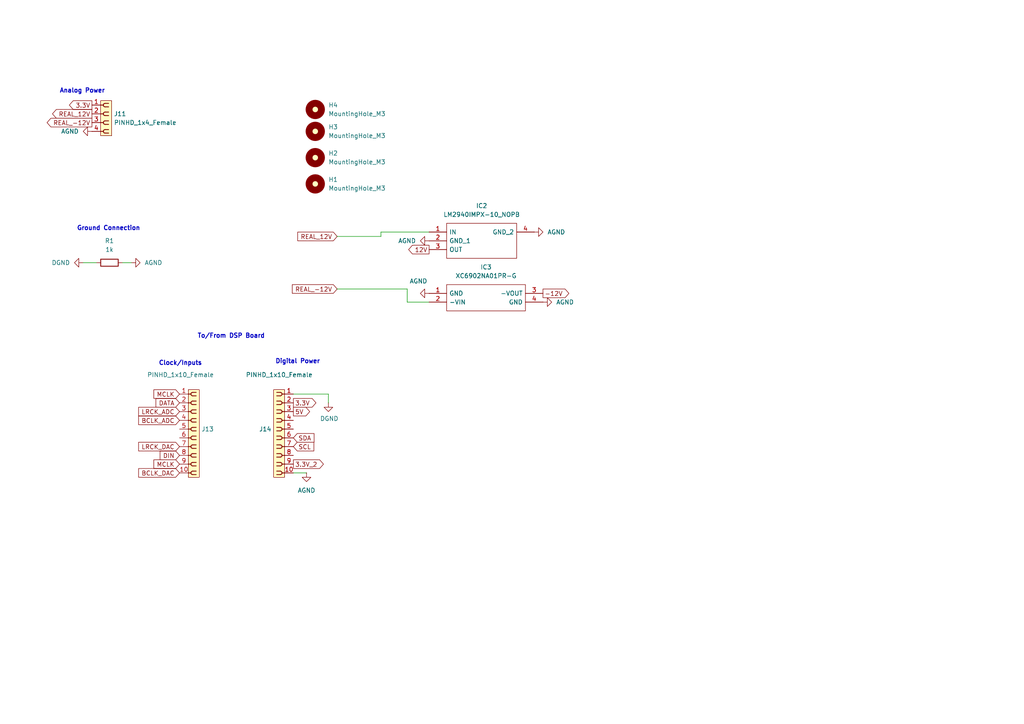
<source format=kicad_sch>
(kicad_sch
	(version 20231120)
	(generator "eeschema")
	(generator_version "8.0")
	(uuid "2b16cd04-988f-478a-8d1d-a3df4d9ab2d0")
	(paper "A4")
	(title_block
		(company "Michael Meyers")
	)
	(lib_symbols
		(symbol "Device:R"
			(pin_numbers hide)
			(pin_names
				(offset 0)
			)
			(exclude_from_sim no)
			(in_bom yes)
			(on_board yes)
			(property "Reference" "R"
				(at 2.032 0 90)
				(effects
					(font
						(size 1.27 1.27)
					)
				)
			)
			(property "Value" "R"
				(at 0 0 90)
				(effects
					(font
						(size 1.27 1.27)
					)
				)
			)
			(property "Footprint" ""
				(at -1.778 0 90)
				(effects
					(font
						(size 1.27 1.27)
					)
					(hide yes)
				)
			)
			(property "Datasheet" "~"
				(at 0 0 0)
				(effects
					(font
						(size 1.27 1.27)
					)
					(hide yes)
				)
			)
			(property "Description" "Resistor"
				(at 0 0 0)
				(effects
					(font
						(size 1.27 1.27)
					)
					(hide yes)
				)
			)
			(property "ki_keywords" "R res resistor"
				(at 0 0 0)
				(effects
					(font
						(size 1.27 1.27)
					)
					(hide yes)
				)
			)
			(property "ki_fp_filters" "R_*"
				(at 0 0 0)
				(effects
					(font
						(size 1.27 1.27)
					)
					(hide yes)
				)
			)
			(symbol "R_0_1"
				(rectangle
					(start -1.016 -2.54)
					(end 1.016 2.54)
					(stroke
						(width 0.254)
						(type default)
					)
					(fill
						(type none)
					)
				)
			)
			(symbol "R_1_1"
				(pin passive line
					(at 0 3.81 270)
					(length 1.27)
					(name "~"
						(effects
							(font
								(size 1.27 1.27)
							)
						)
					)
					(number "1"
						(effects
							(font
								(size 1.27 1.27)
							)
						)
					)
				)
				(pin passive line
					(at 0 -3.81 90)
					(length 1.27)
					(name "~"
						(effects
							(font
								(size 1.27 1.27)
							)
						)
					)
					(number "2"
						(effects
							(font
								(size 1.27 1.27)
							)
						)
					)
				)
			)
		)
		(symbol "PCM_SL_Mechanical:MountingHole_M3"
			(exclude_from_sim no)
			(in_bom yes)
			(on_board yes)
			(property "Reference" "H"
				(at 0 7.62 0)
				(effects
					(font
						(size 1.27 1.27)
					)
				)
			)
			(property "Value" "MountingHole_M3"
				(at 0 5.08 0)
				(effects
					(font
						(size 1.27 1.27)
					)
				)
			)
			(property "Footprint" "MountingHole:MountingHole_3.2mm_M3"
				(at 0 -3.81 0)
				(effects
					(font
						(size 1.27 1.27)
					)
					(hide yes)
				)
			)
			(property "Datasheet" ""
				(at 0 0 0)
				(effects
					(font
						(size 1.27 1.27)
					)
					(hide yes)
				)
			)
			(property "Description" "3.2mm Diameter Mounting Hole (M3)"
				(at 0 0 0)
				(effects
					(font
						(size 1.27 1.27)
					)
					(hide yes)
				)
			)
			(property "ki_keywords" "Mounting Hole"
				(at 0 0 0)
				(effects
					(font
						(size 1.27 1.27)
					)
					(hide yes)
				)
			)
			(symbol "MountingHole_M3_0_1"
				(circle
					(center 0 0)
					(radius 1.27)
					(stroke
						(width 0)
						(type default)
					)
					(fill
						(type background)
					)
				)
				(circle
					(center 0 0)
					(radius 1.7961)
					(stroke
						(width 2)
						(type default)
					)
					(fill
						(type none)
					)
				)
			)
		)
		(symbol "PCM_SL_Pin_Headers:PINHD_1x10_Female"
			(exclude_from_sim no)
			(in_bom yes)
			(on_board yes)
			(property "Reference" "J"
				(at 0 17.78 0)
				(effects
					(font
						(size 1.27 1.27)
					)
				)
			)
			(property "Value" "PINHD_1x10_Female"
				(at 0 15.24 0)
				(effects
					(font
						(size 1.27 1.27)
					)
				)
			)
			(property "Footprint" "Connector_PinSocket_2.54mm:PinSocket_1x10_P2.54mm_Vertical"
				(at 2.54 20.32 0)
				(effects
					(font
						(size 1.27 1.27)
					)
					(hide yes)
				)
			)
			(property "Datasheet" ""
				(at 0 17.78 0)
				(effects
					(font
						(size 1.27 1.27)
					)
					(hide yes)
				)
			)
			(property "Description" "Pin Header female with pin space 2.54mm. Pin Count - 10"
				(at 0 0 0)
				(effects
					(font
						(size 1.27 1.27)
					)
					(hide yes)
				)
			)
			(property "ki_keywords" "Pin Header"
				(at 0 0 0)
				(effects
					(font
						(size 1.27 1.27)
					)
					(hide yes)
				)
			)
			(property "ki_fp_filters" "PinSocket_1x10_P2.54mm*"
				(at 0 0 0)
				(effects
					(font
						(size 1.27 1.27)
					)
					(hide yes)
				)
			)
			(symbol "PINHD_1x10_Female_0_1"
				(rectangle
					(start -1.27 12.7)
					(end 1.905 -12.7)
					(stroke
						(width 0)
						(type default)
					)
					(fill
						(type background)
					)
				)
				(arc
					(start -0.508 -11.43)
					(mid -0.3592 -11.7892)
					(end 0 -11.938)
					(stroke
						(width 0.25)
						(type default)
					)
					(fill
						(type none)
					)
				)
				(arc
					(start -0.508 -8.89)
					(mid -0.3592 -9.2492)
					(end 0 -9.398)
					(stroke
						(width 0.25)
						(type default)
					)
					(fill
						(type none)
					)
				)
				(arc
					(start -0.508 -6.35)
					(mid -0.3592 -6.7092)
					(end 0 -6.858)
					(stroke
						(width 0.25)
						(type default)
					)
					(fill
						(type none)
					)
				)
				(arc
					(start -0.508 -3.81)
					(mid -0.3592 -4.1692)
					(end 0 -4.318)
					(stroke
						(width 0.25)
						(type default)
					)
					(fill
						(type none)
					)
				)
				(arc
					(start -0.508 -1.27)
					(mid -0.3592 -1.6292)
					(end 0 -1.778)
					(stroke
						(width 0.25)
						(type default)
					)
					(fill
						(type none)
					)
				)
				(arc
					(start -0.508 1.27)
					(mid -0.3592 0.9108)
					(end 0 0.762)
					(stroke
						(width 0.25)
						(type default)
					)
					(fill
						(type none)
					)
				)
				(arc
					(start -0.508 3.81)
					(mid -0.3592 3.4508)
					(end 0 3.302)
					(stroke
						(width 0.25)
						(type default)
					)
					(fill
						(type none)
					)
				)
				(arc
					(start -0.508 6.35)
					(mid -0.3592 5.9908)
					(end 0 5.842)
					(stroke
						(width 0.25)
						(type default)
					)
					(fill
						(type none)
					)
				)
				(arc
					(start -0.508 8.89)
					(mid -0.3592 8.5308)
					(end 0 8.382)
					(stroke
						(width 0.25)
						(type default)
					)
					(fill
						(type none)
					)
				)
				(arc
					(start -0.508 11.43)
					(mid -0.3592 11.0708)
					(end 0 10.922)
					(stroke
						(width 0.25)
						(type default)
					)
					(fill
						(type none)
					)
				)
				(arc
					(start 0 -10.922)
					(mid -0.3592 -11.0708)
					(end -0.508 -11.43)
					(stroke
						(width 0.25)
						(type default)
					)
					(fill
						(type none)
					)
				)
				(arc
					(start 0 -8.382)
					(mid -0.3592 -8.5308)
					(end -0.508 -8.89)
					(stroke
						(width 0.25)
						(type default)
					)
					(fill
						(type none)
					)
				)
				(arc
					(start 0 -5.842)
					(mid -0.3592 -5.9908)
					(end -0.508 -6.35)
					(stroke
						(width 0.25)
						(type default)
					)
					(fill
						(type none)
					)
				)
				(arc
					(start 0 -3.302)
					(mid -0.3592 -3.4508)
					(end -0.508 -3.81)
					(stroke
						(width 0.25)
						(type default)
					)
					(fill
						(type none)
					)
				)
				(arc
					(start 0 -0.762)
					(mid -0.3592 -0.9108)
					(end -0.508 -1.27)
					(stroke
						(width 0.25)
						(type default)
					)
					(fill
						(type none)
					)
				)
				(polyline
					(pts
						(xy -1.27 -11.43) (xy -0.508 -11.43)
					)
					(stroke
						(width 0.25)
						(type default)
					)
					(fill
						(type none)
					)
				)
				(polyline
					(pts
						(xy -1.27 -8.89) (xy -0.508 -8.89)
					)
					(stroke
						(width 0.25)
						(type default)
					)
					(fill
						(type none)
					)
				)
				(polyline
					(pts
						(xy -1.27 -6.35) (xy -0.508 -6.35)
					)
					(stroke
						(width 0.25)
						(type default)
					)
					(fill
						(type none)
					)
				)
				(polyline
					(pts
						(xy -1.27 -3.81) (xy -0.508 -3.81)
					)
					(stroke
						(width 0.25)
						(type default)
					)
					(fill
						(type none)
					)
				)
				(polyline
					(pts
						(xy -1.27 -1.27) (xy -0.508 -1.27)
					)
					(stroke
						(width 0.25)
						(type default)
					)
					(fill
						(type none)
					)
				)
				(polyline
					(pts
						(xy -1.27 1.27) (xy -0.508 1.27)
					)
					(stroke
						(width 0.25)
						(type default)
					)
					(fill
						(type none)
					)
				)
				(polyline
					(pts
						(xy -1.27 3.81) (xy -0.508 3.81)
					)
					(stroke
						(width 0.25)
						(type default)
					)
					(fill
						(type none)
					)
				)
				(polyline
					(pts
						(xy -1.27 6.35) (xy -0.508 6.35)
					)
					(stroke
						(width 0.25)
						(type default)
					)
					(fill
						(type none)
					)
				)
				(polyline
					(pts
						(xy -1.27 8.89) (xy -0.508 8.89)
					)
					(stroke
						(width 0.25)
						(type default)
					)
					(fill
						(type none)
					)
				)
				(polyline
					(pts
						(xy -1.27 11.43) (xy -0.508 11.43)
					)
					(stroke
						(width 0.25)
						(type default)
					)
					(fill
						(type none)
					)
				)
				(polyline
					(pts
						(xy 0 -11.938) (xy 1.016 -11.938)
					)
					(stroke
						(width 0.25)
						(type default)
					)
					(fill
						(type none)
					)
				)
				(polyline
					(pts
						(xy 0 -10.922) (xy 1.016 -10.922)
					)
					(stroke
						(width 0.25)
						(type default)
					)
					(fill
						(type none)
					)
				)
				(polyline
					(pts
						(xy 0 -9.398) (xy 1.016 -9.398)
					)
					(stroke
						(width 0.25)
						(type default)
					)
					(fill
						(type none)
					)
				)
				(polyline
					(pts
						(xy 0 -8.382) (xy 1.016 -8.382)
					)
					(stroke
						(width 0.25)
						(type default)
					)
					(fill
						(type none)
					)
				)
				(polyline
					(pts
						(xy 0 -6.858) (xy 1.016 -6.858)
					)
					(stroke
						(width 0.25)
						(type default)
					)
					(fill
						(type none)
					)
				)
				(polyline
					(pts
						(xy 0 -5.842) (xy 1.016 -5.842)
					)
					(stroke
						(width 0.25)
						(type default)
					)
					(fill
						(type none)
					)
				)
				(polyline
					(pts
						(xy 0 -4.318) (xy 1.016 -4.318)
					)
					(stroke
						(width 0.25)
						(type default)
					)
					(fill
						(type none)
					)
				)
				(polyline
					(pts
						(xy 0 -3.302) (xy 1.016 -3.302)
					)
					(stroke
						(width 0.25)
						(type default)
					)
					(fill
						(type none)
					)
				)
				(polyline
					(pts
						(xy 0 -1.778) (xy 1.016 -1.778)
					)
					(stroke
						(width 0.25)
						(type default)
					)
					(fill
						(type none)
					)
				)
				(polyline
					(pts
						(xy 0 -0.762) (xy 1.016 -0.762)
					)
					(stroke
						(width 0.25)
						(type default)
					)
					(fill
						(type none)
					)
				)
				(polyline
					(pts
						(xy 0 0.762) (xy 1.016 0.762)
					)
					(stroke
						(width 0.25)
						(type default)
					)
					(fill
						(type none)
					)
				)
				(polyline
					(pts
						(xy 0 1.778) (xy 1.016 1.778)
					)
					(stroke
						(width 0.25)
						(type default)
					)
					(fill
						(type none)
					)
				)
				(polyline
					(pts
						(xy 0 3.302) (xy 1.016 3.302)
					)
					(stroke
						(width 0.25)
						(type default)
					)
					(fill
						(type none)
					)
				)
				(polyline
					(pts
						(xy 0 4.318) (xy 1.016 4.318)
					)
					(stroke
						(width 0.25)
						(type default)
					)
					(fill
						(type none)
					)
				)
				(polyline
					(pts
						(xy 0 5.842) (xy 1.016 5.842)
					)
					(stroke
						(width 0.25)
						(type default)
					)
					(fill
						(type none)
					)
				)
				(polyline
					(pts
						(xy 0 6.858) (xy 1.016 6.858)
					)
					(stroke
						(width 0.25)
						(type default)
					)
					(fill
						(type none)
					)
				)
				(polyline
					(pts
						(xy 0 8.382) (xy 1.016 8.382)
					)
					(stroke
						(width 0.25)
						(type default)
					)
					(fill
						(type none)
					)
				)
				(polyline
					(pts
						(xy 0 9.398) (xy 1.016 9.398)
					)
					(stroke
						(width 0.25)
						(type default)
					)
					(fill
						(type none)
					)
				)
				(polyline
					(pts
						(xy 0 10.922) (xy 1.016 10.922)
					)
					(stroke
						(width 0.25)
						(type default)
					)
					(fill
						(type none)
					)
				)
				(polyline
					(pts
						(xy 0 11.938) (xy 1.016 11.938)
					)
					(stroke
						(width 0.25)
						(type default)
					)
					(fill
						(type none)
					)
				)
				(arc
					(start 0 1.778)
					(mid -0.3592 1.6292)
					(end -0.508 1.27)
					(stroke
						(width 0.25)
						(type default)
					)
					(fill
						(type none)
					)
				)
				(arc
					(start 0 4.318)
					(mid -0.3592 4.1692)
					(end -0.508 3.81)
					(stroke
						(width 0.25)
						(type default)
					)
					(fill
						(type none)
					)
				)
				(arc
					(start 0 6.858)
					(mid -0.3592 6.7092)
					(end -0.508 6.35)
					(stroke
						(width 0.25)
						(type default)
					)
					(fill
						(type none)
					)
				)
				(arc
					(start 0 9.398)
					(mid -0.3592 9.2492)
					(end -0.508 8.89)
					(stroke
						(width 0.25)
						(type default)
					)
					(fill
						(type none)
					)
				)
				(arc
					(start 0 11.938)
					(mid -0.3592 11.7892)
					(end -0.508 11.43)
					(stroke
						(width 0.25)
						(type default)
					)
					(fill
						(type none)
					)
				)
			)
			(symbol "PINHD_1x10_Female_1_1"
				(pin passive line
					(at -3.81 11.43 0)
					(length 2.54)
					(name ""
						(effects
							(font
								(size 1.27 1.27)
							)
						)
					)
					(number "1"
						(effects
							(font
								(size 1.27 1.27)
							)
						)
					)
				)
				(pin passive line
					(at -3.81 -11.43 0)
					(length 2.54)
					(name ""
						(effects
							(font
								(size 1.27 1.27)
							)
						)
					)
					(number "10"
						(effects
							(font
								(size 1.27 1.27)
							)
						)
					)
				)
				(pin passive line
					(at -3.81 8.89 0)
					(length 2.54)
					(name ""
						(effects
							(font
								(size 1.27 1.27)
							)
						)
					)
					(number "2"
						(effects
							(font
								(size 1.27 1.27)
							)
						)
					)
				)
				(pin passive line
					(at -3.81 6.35 0)
					(length 2.54)
					(name ""
						(effects
							(font
								(size 1.27 1.27)
							)
						)
					)
					(number "3"
						(effects
							(font
								(size 1.27 1.27)
							)
						)
					)
				)
				(pin passive line
					(at -3.81 3.81 0)
					(length 2.54)
					(name ""
						(effects
							(font
								(size 1.27 1.27)
							)
						)
					)
					(number "4"
						(effects
							(font
								(size 1.27 1.27)
							)
						)
					)
				)
				(pin passive line
					(at -3.81 1.27 0)
					(length 2.54)
					(name ""
						(effects
							(font
								(size 1.27 1.27)
							)
						)
					)
					(number "5"
						(effects
							(font
								(size 1.27 1.27)
							)
						)
					)
				)
				(pin passive line
					(at -3.81 -1.27 0)
					(length 2.54)
					(name ""
						(effects
							(font
								(size 1.27 1.27)
							)
						)
					)
					(number "6"
						(effects
							(font
								(size 1.27 1.27)
							)
						)
					)
				)
				(pin passive line
					(at -3.81 -3.81 0)
					(length 2.54)
					(name ""
						(effects
							(font
								(size 1.27 1.27)
							)
						)
					)
					(number "7"
						(effects
							(font
								(size 1.27 1.27)
							)
						)
					)
				)
				(pin passive line
					(at -3.81 -6.35 0)
					(length 2.54)
					(name ""
						(effects
							(font
								(size 1.27 1.27)
							)
						)
					)
					(number "8"
						(effects
							(font
								(size 1.27 1.27)
							)
						)
					)
				)
				(pin passive line
					(at -3.81 -8.89 0)
					(length 2.54)
					(name ""
						(effects
							(font
								(size 1.27 1.27)
							)
						)
					)
					(number "9"
						(effects
							(font
								(size 1.27 1.27)
							)
						)
					)
				)
			)
		)
		(symbol "PCM_SL_Pin_Headers:PINHD_1x4_Female"
			(exclude_from_sim no)
			(in_bom yes)
			(on_board yes)
			(property "Reference" "J"
				(at 0 10.16 0)
				(effects
					(font
						(size 1.27 1.27)
					)
				)
			)
			(property "Value" "PINHD_1x4_Female"
				(at 0 7.62 0)
				(effects
					(font
						(size 1.27 1.27)
					)
				)
			)
			(property "Footprint" "Connector_PinSocket_2.54mm:PinSocket_1x04_P2.54mm_Vertical"
				(at 2.54 12.7 0)
				(effects
					(font
						(size 1.27 1.27)
					)
					(hide yes)
				)
			)
			(property "Datasheet" ""
				(at 0 10.16 0)
				(effects
					(font
						(size 1.27 1.27)
					)
					(hide yes)
				)
			)
			(property "Description" "Pin Header female with pin space 2.54mm. Pin Count -4"
				(at 0 0 0)
				(effects
					(font
						(size 1.27 1.27)
					)
					(hide yes)
				)
			)
			(property "ki_keywords" "Pin Header"
				(at 0 0 0)
				(effects
					(font
						(size 1.27 1.27)
					)
					(hide yes)
				)
			)
			(property "ki_fp_filters" "PinSocket_1x04_P2.54mm*"
				(at 0 0 0)
				(effects
					(font
						(size 1.27 1.27)
					)
					(hide yes)
				)
			)
			(symbol "PINHD_1x4_Female_0_1"
				(rectangle
					(start -1.27 5.08)
					(end 1.905 -5.08)
					(stroke
						(width 0)
						(type default)
					)
					(fill
						(type background)
					)
				)
				(arc
					(start -0.508 -3.81)
					(mid -0.3592 -4.1692)
					(end 0 -4.318)
					(stroke
						(width 0.25)
						(type default)
					)
					(fill
						(type none)
					)
				)
				(arc
					(start -0.508 -1.27)
					(mid -0.3592 -1.6292)
					(end 0 -1.778)
					(stroke
						(width 0.25)
						(type default)
					)
					(fill
						(type none)
					)
				)
				(arc
					(start -0.508 1.27)
					(mid -0.3592 0.9108)
					(end 0 0.762)
					(stroke
						(width 0.25)
						(type default)
					)
					(fill
						(type none)
					)
				)
				(arc
					(start -0.508 3.81)
					(mid -0.3592 3.4508)
					(end 0 3.302)
					(stroke
						(width 0.25)
						(type default)
					)
					(fill
						(type none)
					)
				)
				(arc
					(start 0 -3.302)
					(mid -0.3592 -3.4508)
					(end -0.508 -3.81)
					(stroke
						(width 0.25)
						(type default)
					)
					(fill
						(type none)
					)
				)
				(arc
					(start 0 -0.762)
					(mid -0.3592 -0.9108)
					(end -0.508 -1.27)
					(stroke
						(width 0.25)
						(type default)
					)
					(fill
						(type none)
					)
				)
				(polyline
					(pts
						(xy -1.27 -3.81) (xy -0.508 -3.81)
					)
					(stroke
						(width 0.25)
						(type default)
					)
					(fill
						(type none)
					)
				)
				(polyline
					(pts
						(xy -1.27 -1.27) (xy -0.508 -1.27)
					)
					(stroke
						(width 0.25)
						(type default)
					)
					(fill
						(type none)
					)
				)
				(polyline
					(pts
						(xy -1.27 1.27) (xy -0.508 1.27)
					)
					(stroke
						(width 0.25)
						(type default)
					)
					(fill
						(type none)
					)
				)
				(polyline
					(pts
						(xy -1.27 3.81) (xy -0.508 3.81)
					)
					(stroke
						(width 0.25)
						(type default)
					)
					(fill
						(type none)
					)
				)
				(polyline
					(pts
						(xy 0 -4.318) (xy 1.016 -4.318)
					)
					(stroke
						(width 0.25)
						(type default)
					)
					(fill
						(type none)
					)
				)
				(polyline
					(pts
						(xy 0 -3.302) (xy 1.016 -3.302)
					)
					(stroke
						(width 0.25)
						(type default)
					)
					(fill
						(type none)
					)
				)
				(polyline
					(pts
						(xy 0 -1.778) (xy 1.016 -1.778)
					)
					(stroke
						(width 0.25)
						(type default)
					)
					(fill
						(type none)
					)
				)
				(polyline
					(pts
						(xy 0 -0.762) (xy 1.016 -0.762)
					)
					(stroke
						(width 0.25)
						(type default)
					)
					(fill
						(type none)
					)
				)
				(polyline
					(pts
						(xy 0 0.762) (xy 1.016 0.762)
					)
					(stroke
						(width 0.25)
						(type default)
					)
					(fill
						(type none)
					)
				)
				(polyline
					(pts
						(xy 0 1.778) (xy 1.016 1.778)
					)
					(stroke
						(width 0.25)
						(type default)
					)
					(fill
						(type none)
					)
				)
				(polyline
					(pts
						(xy 0 3.302) (xy 1.016 3.302)
					)
					(stroke
						(width 0.25)
						(type default)
					)
					(fill
						(type none)
					)
				)
				(polyline
					(pts
						(xy 0 4.318) (xy 1.016 4.318)
					)
					(stroke
						(width 0.25)
						(type default)
					)
					(fill
						(type none)
					)
				)
				(arc
					(start 0 1.778)
					(mid -0.3592 1.6292)
					(end -0.508 1.27)
					(stroke
						(width 0.25)
						(type default)
					)
					(fill
						(type none)
					)
				)
				(arc
					(start 0 4.318)
					(mid -0.3592 4.1692)
					(end -0.508 3.81)
					(stroke
						(width 0.25)
						(type default)
					)
					(fill
						(type none)
					)
				)
			)
			(symbol "PINHD_1x4_Female_1_1"
				(pin passive line
					(at -3.81 3.81 0)
					(length 2.54)
					(name ""
						(effects
							(font
								(size 1.27 1.27)
							)
						)
					)
					(number "1"
						(effects
							(font
								(size 1.27 1.27)
							)
						)
					)
				)
				(pin passive line
					(at -3.81 1.27 0)
					(length 2.54)
					(name ""
						(effects
							(font
								(size 1.27 1.27)
							)
						)
					)
					(number "2"
						(effects
							(font
								(size 1.27 1.27)
							)
						)
					)
				)
				(pin passive line
					(at -3.81 -1.27 0)
					(length 2.54)
					(name ""
						(effects
							(font
								(size 1.27 1.27)
							)
						)
					)
					(number "3"
						(effects
							(font
								(size 1.27 1.27)
							)
						)
					)
				)
				(pin passive line
					(at -3.81 -3.81 0)
					(length 2.54)
					(name ""
						(effects
							(font
								(size 1.27 1.27)
							)
						)
					)
					(number "4"
						(effects
							(font
								(size 1.27 1.27)
							)
						)
					)
				)
			)
		)
		(symbol "SamacSys_Parts:LM2940IMPX-10_NOPB"
			(pin_names
				(offset 0.762)
			)
			(exclude_from_sim no)
			(in_bom yes)
			(on_board yes)
			(property "Reference" "IC"
				(at 26.67 7.62 0)
				(effects
					(font
						(size 1.27 1.27)
					)
					(justify left)
				)
			)
			(property "Value" "LM2940IMPX-10_NOPB"
				(at 26.67 5.08 0)
				(effects
					(font
						(size 1.27 1.27)
					)
					(justify left)
				)
			)
			(property "Footprint" "SOT230P700X180-4N"
				(at 26.67 2.54 0)
				(effects
					(font
						(size 1.27 1.27)
					)
					(justify left)
					(hide yes)
				)
			)
			(property "Datasheet" "http://www.ti.com/lit/ds/symlink/lm2940c.pdf"
				(at 26.67 0 0)
				(effects
					(font
						(size 1.27 1.27)
					)
					(justify left)
					(hide yes)
				)
			)
			(property "Description" "LDO Voltage Regulators 1A Low Dropout Regulator 4-SOT-223 -40 to 85"
				(at 0 0 0)
				(effects
					(font
						(size 1.27 1.27)
					)
					(hide yes)
				)
			)
			(property "Description_1" "LDO Voltage Regulators 1A Low Dropout Regulator 4-SOT-223 -40 to 85"
				(at 26.67 -2.54 0)
				(effects
					(font
						(size 1.27 1.27)
					)
					(justify left)
					(hide yes)
				)
			)
			(property "Height" "1.8"
				(at 26.67 -5.08 0)
				(effects
					(font
						(size 1.27 1.27)
					)
					(justify left)
					(hide yes)
				)
			)
			(property "Manufacturer_Name" "Texas Instruments"
				(at 26.67 -7.62 0)
				(effects
					(font
						(size 1.27 1.27)
					)
					(justify left)
					(hide yes)
				)
			)
			(property "Manufacturer_Part_Number" "LM2940IMPX-10/NOPB"
				(at 26.67 -10.16 0)
				(effects
					(font
						(size 1.27 1.27)
					)
					(justify left)
					(hide yes)
				)
			)
			(property "Mouser Part Number" "926-LM2940IMPX10NOPB"
				(at 26.67 -12.7 0)
				(effects
					(font
						(size 1.27 1.27)
					)
					(justify left)
					(hide yes)
				)
			)
			(property "Mouser Price/Stock" "https://www.mouser.co.uk/ProductDetail/Texas-Instruments/LM2940IMPX-10-NOPB?qs=X1J7HmVL2ZGaWCR2un6ouA%3D%3D"
				(at 26.67 -15.24 0)
				(effects
					(font
						(size 1.27 1.27)
					)
					(justify left)
					(hide yes)
				)
			)
			(property "Arrow Part Number" "LM2940IMPX-10/NOPB"
				(at 26.67 -17.78 0)
				(effects
					(font
						(size 1.27 1.27)
					)
					(justify left)
					(hide yes)
				)
			)
			(property "Arrow Price/Stock" "https://www.arrow.com/en/products/lm2940impx-10nopb/texas-instruments?region=nac"
				(at 26.67 -20.32 0)
				(effects
					(font
						(size 1.27 1.27)
					)
					(justify left)
					(hide yes)
				)
			)
			(symbol "LM2940IMPX-10_NOPB_0_0"
				(pin passive line
					(at 0 0 0)
					(length 5.08)
					(name "IN"
						(effects
							(font
								(size 1.27 1.27)
							)
						)
					)
					(number "1"
						(effects
							(font
								(size 1.27 1.27)
							)
						)
					)
				)
				(pin passive line
					(at 0 -2.54 0)
					(length 5.08)
					(name "GND_1"
						(effects
							(font
								(size 1.27 1.27)
							)
						)
					)
					(number "2"
						(effects
							(font
								(size 1.27 1.27)
							)
						)
					)
				)
				(pin passive line
					(at 0 -5.08 0)
					(length 5.08)
					(name "OUT"
						(effects
							(font
								(size 1.27 1.27)
							)
						)
					)
					(number "3"
						(effects
							(font
								(size 1.27 1.27)
							)
						)
					)
				)
				(pin passive line
					(at 30.48 0 180)
					(length 5.08)
					(name "GND_2"
						(effects
							(font
								(size 1.27 1.27)
							)
						)
					)
					(number "4"
						(effects
							(font
								(size 1.27 1.27)
							)
						)
					)
				)
			)
			(symbol "LM2940IMPX-10_NOPB_0_1"
				(polyline
					(pts
						(xy 5.08 2.54) (xy 25.4 2.54) (xy 25.4 -7.62) (xy 5.08 -7.62) (xy 5.08 2.54)
					)
					(stroke
						(width 0.1524)
						(type solid)
					)
					(fill
						(type none)
					)
				)
			)
		)
		(symbol "SamacSys_Parts:XC6902NA01PR-G"
			(pin_names
				(offset 0.762)
			)
			(exclude_from_sim no)
			(in_bom yes)
			(on_board yes)
			(property "Reference" "IC3"
				(at 16.51 7.62 0)
				(effects
					(font
						(size 1.27 1.27)
					)
				)
			)
			(property "Value" "XC6902NA01PR-G"
				(at 16.51 5.08 0)
				(effects
					(font
						(size 1.27 1.27)
					)
				)
			)
			(property "Footprint" "XC6902NA01PRG"
				(at 29.21 2.54 0)
				(effects
					(font
						(size 1.27 1.27)
					)
					(justify left)
					(hide yes)
				)
			)
			(property "Datasheet" "https://www.torexsemi.com/file/xc6902/XC6902.pdf"
				(at 29.21 0 0)
				(effects
					(font
						(size 1.27 1.27)
					)
					(justify left)
					(hide yes)
				)
			)
			(property "Description" "-16V Input Three Terminal Negative Voltage Regulator"
				(at 0 0 0)
				(effects
					(font
						(size 1.27 1.27)
					)
					(hide yes)
				)
			)
			(property "Description_1" "-16V Input Three Terminal Negative Voltage Regulator"
				(at 29.21 -2.54 0)
				(effects
					(font
						(size 1.27 1.27)
					)
					(justify left)
					(hide yes)
				)
			)
			(property "Height" "1.6"
				(at 29.21 -5.08 0)
				(effects
					(font
						(size 1.27 1.27)
					)
					(justify left)
					(hide yes)
				)
			)
			(property "Manufacturer_Name" "Torex"
				(at 29.21 -7.62 0)
				(effects
					(font
						(size 1.27 1.27)
					)
					(justify left)
					(hide yes)
				)
			)
			(property "Manufacturer_Part_Number" "XC6902NA01PR-G"
				(at 29.21 -10.16 0)
				(effects
					(font
						(size 1.27 1.27)
					)
					(justify left)
					(hide yes)
				)
			)
			(property "Mouser Part Number" "865-XC6902NA01PR-G"
				(at 29.21 -12.7 0)
				(effects
					(font
						(size 1.27 1.27)
					)
					(justify left)
					(hide yes)
				)
			)
			(property "Mouser Price/Stock" "https://www.mouser.co.uk/ProductDetail/Torex-Semiconductor/XC6902NA01PR-G?qs=AsjdqWjXhJ%2FerOlzjRTzBQ%3D%3D"
				(at 29.21 -15.24 0)
				(effects
					(font
						(size 1.27 1.27)
					)
					(justify left)
					(hide yes)
				)
			)
			(property "Arrow Part Number" ""
				(at 29.21 -17.78 0)
				(effects
					(font
						(size 1.27 1.27)
					)
					(justify left)
					(hide yes)
				)
			)
			(property "Arrow Price/Stock" ""
				(at 29.21 -20.32 0)
				(effects
					(font
						(size 1.27 1.27)
					)
					(justify left)
					(hide yes)
				)
			)
			(symbol "XC6902NA01PR-G_0_0"
				(pin passive line
					(at 0 0 0)
					(length 5.08)
					(name "GND"
						(effects
							(font
								(size 1.27 1.27)
							)
						)
					)
					(number "1"
						(effects
							(font
								(size 1.27 1.27)
							)
						)
					)
				)
				(pin passive line
					(at 33.02 0 180)
					(length 5.08)
					(name "-VOUT"
						(effects
							(font
								(size 1.27 1.27)
							)
						)
					)
					(number "3"
						(effects
							(font
								(size 1.27 1.27)
							)
						)
					)
				)
			)
			(symbol "XC6902NA01PR-G_0_1"
				(polyline
					(pts
						(xy 5.08 2.54) (xy 27.94 2.54) (xy 27.94 -5.08) (xy 5.08 -5.08) (xy 5.08 2.54)
					)
					(stroke
						(width 0.1524)
						(type solid)
					)
					(fill
						(type none)
					)
				)
			)
			(symbol "XC6902NA01PR-G_1_0"
				(pin passive line
					(at 0 -2.54 0)
					(length 5.08)
					(name "-VIN"
						(effects
							(font
								(size 1.27 1.27)
							)
						)
					)
					(number "2"
						(effects
							(font
								(size 1.27 1.27)
							)
						)
					)
				)
				(pin passive line
					(at 33.02 -2.54 180)
					(length 5.08)
					(name "GND"
						(effects
							(font
								(size 1.27 1.27)
							)
						)
					)
					(number "4"
						(effects
							(font
								(size 1.27 1.27)
							)
						)
					)
				)
			)
		)
		(symbol "power:GND"
			(power)
			(pin_numbers hide)
			(pin_names
				(offset 0) hide)
			(exclude_from_sim no)
			(in_bom yes)
			(on_board yes)
			(property "Reference" "#PWR"
				(at 0 -6.35 0)
				(effects
					(font
						(size 1.27 1.27)
					)
					(hide yes)
				)
			)
			(property "Value" "GND"
				(at 0 -3.81 0)
				(effects
					(font
						(size 1.27 1.27)
					)
				)
			)
			(property "Footprint" ""
				(at 0 0 0)
				(effects
					(font
						(size 1.27 1.27)
					)
					(hide yes)
				)
			)
			(property "Datasheet" ""
				(at 0 0 0)
				(effects
					(font
						(size 1.27 1.27)
					)
					(hide yes)
				)
			)
			(property "Description" "Power symbol creates a global label with name \"GND\" , ground"
				(at 0 0 0)
				(effects
					(font
						(size 1.27 1.27)
					)
					(hide yes)
				)
			)
			(property "ki_keywords" "global power"
				(at 0 0 0)
				(effects
					(font
						(size 1.27 1.27)
					)
					(hide yes)
				)
			)
			(symbol "GND_0_1"
				(polyline
					(pts
						(xy 0 0) (xy 0 -1.27) (xy 1.27 -1.27) (xy 0 -2.54) (xy -1.27 -1.27) (xy 0 -1.27)
					)
					(stroke
						(width 0)
						(type default)
					)
					(fill
						(type none)
					)
				)
			)
			(symbol "GND_1_1"
				(pin power_in line
					(at 0 0 270)
					(length 0)
					(name "~"
						(effects
							(font
								(size 1.27 1.27)
							)
						)
					)
					(number "1"
						(effects
							(font
								(size 1.27 1.27)
							)
						)
					)
				)
			)
		)
	)
	(wire
		(pts
			(xy 35.56 76.2) (xy 38.1 76.2)
		)
		(stroke
			(width 0)
			(type default)
		)
		(uuid "32e27163-8e55-44e6-abc8-47c70738e218")
	)
	(wire
		(pts
			(xy 97.79 83.82) (xy 118.11 83.82)
		)
		(stroke
			(width 0)
			(type default)
		)
		(uuid "55321fb6-c1a9-4dd4-8a5f-f6faa00267a0")
	)
	(wire
		(pts
			(xy 24.13 76.2) (xy 27.94 76.2)
		)
		(stroke
			(width 0)
			(type default)
		)
		(uuid "662ca5a9-6cc6-4c2d-a4ce-15a497555e9b")
	)
	(wire
		(pts
			(xy 95.25 116.84) (xy 95.25 114.3)
		)
		(stroke
			(width 0)
			(type default)
		)
		(uuid "76e413ae-e4b3-4a17-8ca0-6120fef3aa70")
	)
	(wire
		(pts
			(xy 110.49 68.58) (xy 110.49 67.31)
		)
		(stroke
			(width 0)
			(type default)
		)
		(uuid "9089e909-160b-4619-905e-78ad68e75b8d")
	)
	(wire
		(pts
			(xy 95.25 114.3) (xy 85.09 114.3)
		)
		(stroke
			(width 0)
			(type default)
		)
		(uuid "93b7ac4d-1ffc-4ae9-9d29-b7eb892975c3")
	)
	(wire
		(pts
			(xy 85.09 137.16) (xy 88.9 137.16)
		)
		(stroke
			(width 0)
			(type default)
		)
		(uuid "a99561ea-7a98-4132-9e2b-85d7ad52f7a6")
	)
	(wire
		(pts
			(xy 118.11 83.82) (xy 118.11 87.63)
		)
		(stroke
			(width 0)
			(type default)
		)
		(uuid "c2178cc2-e8f3-42aa-9282-6073470e0e84")
	)
	(wire
		(pts
			(xy 97.79 68.58) (xy 110.49 68.58)
		)
		(stroke
			(width 0)
			(type default)
		)
		(uuid "c51acda7-c8f0-4c7c-bc3b-fdc776a78ef5")
	)
	(wire
		(pts
			(xy 110.49 67.31) (xy 124.46 67.31)
		)
		(stroke
			(width 0)
			(type default)
		)
		(uuid "d10d56b2-88cb-4891-b870-b002639bdbdc")
	)
	(wire
		(pts
			(xy 118.11 87.63) (xy 124.46 87.63)
		)
		(stroke
			(width 0)
			(type default)
		)
		(uuid "f32bcd1d-a446-4b9d-8c89-25f07106adca")
	)
	(text "To/From DSP Board"
		(exclude_from_sim no)
		(at 67.056 97.536 0)
		(effects
			(font
				(size 1.27 1.27)
				(thickness 0.254)
				(bold yes)
			)
		)
		(uuid "6c6331fc-4e16-46e4-a108-6726373c7426")
	)
	(text "Clock/Inputs"
		(exclude_from_sim no)
		(at 52.324 105.41 0)
		(effects
			(font
				(size 1.27 1.27)
				(thickness 0.254)
				(bold yes)
			)
		)
		(uuid "80bca02e-aa20-4f65-9dd6-7723e29b4687")
	)
	(text "Ground Connection"
		(exclude_from_sim no)
		(at 31.496 66.294 0)
		(effects
			(font
				(size 1.27 1.27)
				(thickness 0.254)
				(bold yes)
			)
		)
		(uuid "bfb14d09-867c-4a5f-9a5c-2ec878c379c8")
	)
	(text "Digital Power"
		(exclude_from_sim no)
		(at 86.36 104.902 0)
		(effects
			(font
				(size 1.27 1.27)
				(thickness 0.254)
				(bold yes)
			)
		)
		(uuid "c1363cf8-5d7b-4044-b3e2-18f0b447c2d1")
	)
	(text "Analog Power"
		(exclude_from_sim no)
		(at 23.876 26.416 0)
		(effects
			(font
				(size 1.27 1.27)
				(thickness 0.254)
				(bold yes)
			)
		)
		(uuid "f7bc35ab-cbcc-46dd-9ef6-383e201300c1")
	)
	(global_label "MCLK"
		(shape input)
		(at 52.07 134.62 180)
		(fields_autoplaced yes)
		(effects
			(font
				(size 1.27 1.27)
			)
			(justify right)
		)
		(uuid "06641b19-e0d4-496d-bc5f-607a435782bf")
		(property "Intersheetrefs" "${INTERSHEET_REFS}"
			(at 44.0653 134.62 0)
			(effects
				(font
					(size 1.27 1.27)
				)
				(justify right)
				(hide yes)
			)
		)
	)
	(global_label "MCLK"
		(shape input)
		(at 52.07 114.3 180)
		(fields_autoplaced yes)
		(effects
			(font
				(size 1.27 1.27)
			)
			(justify right)
		)
		(uuid "16de4ae3-70fa-425d-9ae3-cb442b25703e")
		(property "Intersheetrefs" "${INTERSHEET_REFS}"
			(at 44.0653 114.3 0)
			(effects
				(font
					(size 1.27 1.27)
				)
				(justify right)
				(hide yes)
			)
		)
	)
	(global_label "SDA"
		(shape input)
		(at 85.09 127 0)
		(fields_autoplaced yes)
		(effects
			(font
				(size 1.27 1.27)
			)
			(justify left)
		)
		(uuid "22791d6d-8cca-40c7-a71d-0f2da03598c1")
		(property "Intersheetrefs" "${INTERSHEET_REFS}"
			(at 91.6433 127 0)
			(effects
				(font
					(size 1.27 1.27)
				)
				(justify left)
				(hide yes)
			)
		)
	)
	(global_label "REAL_-12V"
		(shape input)
		(at 97.79 83.82 180)
		(fields_autoplaced yes)
		(effects
			(font
				(size 1.27 1.27)
			)
			(justify right)
		)
		(uuid "2811756f-c285-4a7c-a812-b809ec5d31a0")
		(property "Intersheetrefs" "${INTERSHEET_REFS}"
			(at 84.2215 83.82 0)
			(effects
				(font
					(size 1.27 1.27)
				)
				(justify right)
				(hide yes)
			)
		)
	)
	(global_label "DIN"
		(shape input)
		(at 52.07 132.08 180)
		(fields_autoplaced yes)
		(effects
			(font
				(size 1.27 1.27)
			)
			(justify right)
		)
		(uuid "297fa990-8a98-4ef8-a538-abdb01f09123")
		(property "Intersheetrefs" "${INTERSHEET_REFS}"
			(at 45.8795 132.08 0)
			(effects
				(font
					(size 1.27 1.27)
				)
				(justify right)
				(hide yes)
			)
		)
	)
	(global_label "LRCK_DAC"
		(shape input)
		(at 52.07 129.54 180)
		(fields_autoplaced yes)
		(effects
			(font
				(size 1.27 1.27)
			)
			(justify right)
		)
		(uuid "49915446-e351-4332-bd57-80aa8cc5cbeb")
		(property "Intersheetrefs" "${INTERSHEET_REFS}"
			(at 39.6505 129.54 0)
			(effects
				(font
					(size 1.27 1.27)
				)
				(justify right)
				(hide yes)
			)
		)
	)
	(global_label "BCLK_DAC"
		(shape input)
		(at 52.07 137.16 180)
		(fields_autoplaced yes)
		(effects
			(font
				(size 1.27 1.27)
			)
			(justify right)
		)
		(uuid "58bf5ae5-ad4e-438c-bce0-78029151a929")
		(property "Intersheetrefs" "${INTERSHEET_REFS}"
			(at 39.6505 137.16 0)
			(effects
				(font
					(size 1.27 1.27)
				)
				(justify right)
				(hide yes)
			)
		)
	)
	(global_label "REAL_-12V"
		(shape output)
		(at 26.67 35.56 180)
		(fields_autoplaced yes)
		(effects
			(font
				(size 1.27 1.27)
			)
			(justify right)
		)
		(uuid "5e4a3135-8b0e-499e-b457-e9c7c917fb2f")
		(property "Intersheetrefs" "${INTERSHEET_REFS}"
			(at 13.1015 35.56 0)
			(effects
				(font
					(size 1.27 1.27)
				)
				(justify right)
				(hide yes)
			)
		)
	)
	(global_label "REAL_12V"
		(shape input)
		(at 97.79 68.58 180)
		(fields_autoplaced yes)
		(effects
			(font
				(size 1.27 1.27)
			)
			(justify right)
		)
		(uuid "6b9f6e20-304c-42f9-a623-1077fd48d268")
		(property "Intersheetrefs" "${INTERSHEET_REFS}"
			(at 85.7939 68.58 0)
			(effects
				(font
					(size 1.27 1.27)
				)
				(justify right)
				(hide yes)
			)
		)
	)
	(global_label "12V"
		(shape output)
		(at 124.46 72.39 180)
		(fields_autoplaced yes)
		(effects
			(font
				(size 1.27 1.27)
			)
			(justify right)
		)
		(uuid "712dcd03-9ad6-45a0-8441-706d2e25a09d")
		(property "Intersheetrefs" "${INTERSHEET_REFS}"
			(at 117.9672 72.39 0)
			(effects
				(font
					(size 1.27 1.27)
				)
				(justify right)
				(hide yes)
			)
		)
	)
	(global_label "LRCK_ADC"
		(shape input)
		(at 52.07 119.38 180)
		(fields_autoplaced yes)
		(effects
			(font
				(size 1.27 1.27)
			)
			(justify right)
		)
		(uuid "74cd4b1a-cc49-444f-9290-57e145e7f0f9")
		(property "Intersheetrefs" "${INTERSHEET_REFS}"
			(at 39.6505 119.38 0)
			(effects
				(font
					(size 1.27 1.27)
				)
				(justify right)
				(hide yes)
			)
		)
	)
	(global_label "3.3V_2"
		(shape output)
		(at 85.09 134.62 0)
		(fields_autoplaced yes)
		(effects
			(font
				(size 1.27 1.27)
			)
			(justify left)
		)
		(uuid "7befec8a-f6e1-4fda-b6d7-7c4a0c59f167")
		(property "Intersheetrefs" "${INTERSHEET_REFS}"
			(at 94.3647 134.62 0)
			(effects
				(font
					(size 1.27 1.27)
				)
				(justify left)
				(hide yes)
			)
		)
	)
	(global_label "DATA"
		(shape input)
		(at 52.07 116.84 180)
		(fields_autoplaced yes)
		(effects
			(font
				(size 1.27 1.27)
			)
			(justify right)
		)
		(uuid "89540119-f3b4-4275-9a1f-85088af261b4")
		(property "Intersheetrefs" "${INTERSHEET_REFS}"
			(at 44.67 116.84 0)
			(effects
				(font
					(size 1.27 1.27)
				)
				(justify right)
				(hide yes)
			)
		)
	)
	(global_label "3.3V"
		(shape output)
		(at 85.09 116.84 0)
		(fields_autoplaced yes)
		(effects
			(font
				(size 1.27 1.27)
			)
			(justify left)
		)
		(uuid "98fc412d-47fc-4601-be0c-34e224db9dfc")
		(property "Intersheetrefs" "${INTERSHEET_REFS}"
			(at 92.1876 116.84 0)
			(effects
				(font
					(size 1.27 1.27)
				)
				(justify left)
				(hide yes)
			)
		)
	)
	(global_label "BCLK_ADC"
		(shape input)
		(at 52.07 121.92 180)
		(fields_autoplaced yes)
		(effects
			(font
				(size 1.27 1.27)
			)
			(justify right)
		)
		(uuid "9b86ddfb-b133-40f5-9fa3-086c26b9abe0")
		(property "Intersheetrefs" "${INTERSHEET_REFS}"
			(at 39.6505 121.92 0)
			(effects
				(font
					(size 1.27 1.27)
				)
				(justify right)
				(hide yes)
			)
		)
	)
	(global_label "SCL"
		(shape input)
		(at 85.09 129.54 0)
		(fields_autoplaced yes)
		(effects
			(font
				(size 1.27 1.27)
			)
			(justify left)
		)
		(uuid "ae311584-5ee5-425e-b596-8e7538c45489")
		(property "Intersheetrefs" "${INTERSHEET_REFS}"
			(at 91.5828 129.54 0)
			(effects
				(font
					(size 1.27 1.27)
				)
				(justify left)
				(hide yes)
			)
		)
	)
	(global_label "REAL_12V"
		(shape output)
		(at 26.67 33.02 180)
		(fields_autoplaced yes)
		(effects
			(font
				(size 1.27 1.27)
			)
			(justify right)
		)
		(uuid "b1c4c7ce-03b4-42d7-9e0a-9e99bccced3d")
		(property "Intersheetrefs" "${INTERSHEET_REFS}"
			(at 14.6739 33.02 0)
			(effects
				(font
					(size 1.27 1.27)
				)
				(justify right)
				(hide yes)
			)
		)
	)
	(global_label "-12V"
		(shape output)
		(at 157.48 85.09 0)
		(fields_autoplaced yes)
		(effects
			(font
				(size 1.27 1.27)
			)
			(justify left)
		)
		(uuid "c2079b1d-170c-4fc0-a668-004aec1fabea")
		(property "Intersheetrefs" "${INTERSHEET_REFS}"
			(at 165.5452 85.09 0)
			(effects
				(font
					(size 1.27 1.27)
				)
				(justify left)
				(hide yes)
			)
		)
	)
	(global_label "5V"
		(shape output)
		(at 85.09 119.38 0)
		(fields_autoplaced yes)
		(effects
			(font
				(size 1.27 1.27)
			)
			(justify left)
		)
		(uuid "e22e282c-8543-424c-b014-7f5dccd9a5ef")
		(property "Intersheetrefs" "${INTERSHEET_REFS}"
			(at 90.3733 119.38 0)
			(effects
				(font
					(size 1.27 1.27)
				)
				(justify left)
				(hide yes)
			)
		)
	)
	(global_label "3.3V"
		(shape output)
		(at 26.67 30.48 180)
		(fields_autoplaced yes)
		(effects
			(font
				(size 1.27 1.27)
			)
			(justify right)
		)
		(uuid "fb78b26b-0167-4e2e-acd8-0b5b22c27bb7")
		(property "Intersheetrefs" "${INTERSHEET_REFS}"
			(at 19.5724 30.48 0)
			(effects
				(font
					(size 1.27 1.27)
				)
				(justify right)
				(hide yes)
			)
		)
	)
	(symbol
		(lib_id "PCM_SL_Pin_Headers:PINHD_1x10_Female")
		(at 81.28 125.73 0)
		(mirror y)
		(unit 1)
		(exclude_from_sim no)
		(in_bom yes)
		(on_board yes)
		(dnp no)
		(uuid "06ec48ac-5867-4848-9aa0-af4a9c6794fe")
		(property "Reference" "J14"
			(at 78.74 124.4599 0)
			(effects
				(font
					(size 1.27 1.27)
				)
				(justify left)
			)
		)
		(property "Value" "PINHD_1x10_Female"
			(at 90.678 108.712 0)
			(effects
				(font
					(size 1.27 1.27)
				)
				(justify left)
			)
		)
		(property "Footprint" "Connector_PinSocket_2.54mm:PinSocket_1x10_P2.54mm_Vertical"
			(at 78.74 105.41 0)
			(effects
				(font
					(size 1.27 1.27)
				)
				(hide yes)
			)
		)
		(property "Datasheet" ""
			(at 81.28 107.95 0)
			(effects
				(font
					(size 1.27 1.27)
				)
				(hide yes)
			)
		)
		(property "Description" "Pin Header female with pin space 2.54mm. Pin Count - 10"
			(at 81.28 125.73 0)
			(effects
				(font
					(size 1.27 1.27)
				)
				(hide yes)
			)
		)
		(pin "10"
			(uuid "e5770cfa-6bb7-4230-ba91-bb46930ba836")
		)
		(pin "2"
			(uuid "7d6fb5f5-f89a-40b0-9147-16818fe25f9e")
		)
		(pin "3"
			(uuid "9cf0ee5c-fef4-4700-8d26-ac15e6a0c327")
		)
		(pin "5"
			(uuid "0c3b7ffb-c98a-4812-985a-0baa0f4827f0")
		)
		(pin "6"
			(uuid "e05bfa3f-dbd9-4280-87f3-65dd18b60117")
		)
		(pin "7"
			(uuid "31a95faf-4e64-47ca-8b03-6a83b58b74ef")
		)
		(pin "9"
			(uuid "da973e6b-bcf8-46b8-a82c-414714154707")
		)
		(pin "1"
			(uuid "7d9ab2a2-bc04-4b5b-91b4-6aa48e8c2f77")
		)
		(pin "4"
			(uuid "698ce327-d9df-4538-bc43-64c39ece33f8")
		)
		(pin "8"
			(uuid "ca95bca2-300b-4352-9f1a-692cd3cb0cef")
		)
		(instances
			(project ""
				(path "/5266cf9e-da90-4c53-80fd-cf3dbed42632/873b4819-32e6-40de-93d6-23cb6a01b934"
					(reference "J14")
					(unit 1)
				)
			)
		)
	)
	(symbol
		(lib_id "PCM_SL_Mechanical:MountingHole_M3")
		(at 91.44 45.72 0)
		(unit 1)
		(exclude_from_sim no)
		(in_bom yes)
		(on_board yes)
		(dnp no)
		(fields_autoplaced yes)
		(uuid "3a58b953-38b8-4a80-8410-7fb498cafcf8")
		(property "Reference" "H2"
			(at 95.25 44.4499 0)
			(effects
				(font
					(size 1.27 1.27)
				)
				(justify left)
			)
		)
		(property "Value" "MountingHole_M3"
			(at 95.25 46.9899 0)
			(effects
				(font
					(size 1.27 1.27)
				)
				(justify left)
			)
		)
		(property "Footprint" "MountingHole:MountingHole_3.2mm_M3"
			(at 91.44 49.53 0)
			(effects
				(font
					(size 1.27 1.27)
				)
				(hide yes)
			)
		)
		(property "Datasheet" ""
			(at 91.44 45.72 0)
			(effects
				(font
					(size 1.27 1.27)
				)
				(hide yes)
			)
		)
		(property "Description" "3.2mm Diameter Mounting Hole (M3)"
			(at 91.44 45.72 0)
			(effects
				(font
					(size 1.27 1.27)
				)
				(hide yes)
			)
		)
		(instances
			(project "Power_Supplies"
				(path "/5266cf9e-da90-4c53-80fd-cf3dbed42632/873b4819-32e6-40de-93d6-23cb6a01b934"
					(reference "H2")
					(unit 1)
				)
			)
		)
	)
	(symbol
		(lib_id "power:GND")
		(at 124.46 85.09 270)
		(unit 1)
		(exclude_from_sim no)
		(in_bom yes)
		(on_board yes)
		(dnp no)
		(uuid "46a1ac1e-5125-45d3-96ea-55a02a38f5d3")
		(property "Reference" "#PWR095"
			(at 118.11 85.09 0)
			(effects
				(font
					(size 1.27 1.27)
				)
				(hide yes)
			)
		)
		(property "Value" "AGND"
			(at 123.952 81.534 90)
			(effects
				(font
					(size 1.27 1.27)
				)
				(justify right)
			)
		)
		(property "Footprint" ""
			(at 124.46 85.09 0)
			(effects
				(font
					(size 1.27 1.27)
				)
				(hide yes)
			)
		)
		(property "Datasheet" ""
			(at 124.46 85.09 0)
			(effects
				(font
					(size 1.27 1.27)
				)
				(hide yes)
			)
		)
		(property "Description" "Power symbol creates a global label with name \"GND\" , ground"
			(at 124.46 85.09 0)
			(effects
				(font
					(size 1.27 1.27)
				)
				(hide yes)
			)
		)
		(pin "1"
			(uuid "a64101a6-0703-4636-9685-cc53a5aefbc5")
		)
		(instances
			(project "Power_Supplies"
				(path "/5266cf9e-da90-4c53-80fd-cf3dbed42632/873b4819-32e6-40de-93d6-23cb6a01b934"
					(reference "#PWR095")
					(unit 1)
				)
			)
		)
	)
	(symbol
		(lib_id "power:GND")
		(at 24.13 76.2 270)
		(unit 1)
		(exclude_from_sim no)
		(in_bom yes)
		(on_board yes)
		(dnp no)
		(fields_autoplaced yes)
		(uuid "5958a66a-a226-49f9-8035-113af89f288e")
		(property "Reference" "#PWR091"
			(at 17.78 76.2 0)
			(effects
				(font
					(size 1.27 1.27)
				)
				(hide yes)
			)
		)
		(property "Value" "DGND"
			(at 20.32 76.1999 90)
			(effects
				(font
					(size 1.27 1.27)
				)
				(justify right)
			)
		)
		(property "Footprint" ""
			(at 24.13 76.2 0)
			(effects
				(font
					(size 1.27 1.27)
				)
				(hide yes)
			)
		)
		(property "Datasheet" ""
			(at 24.13 76.2 0)
			(effects
				(font
					(size 1.27 1.27)
				)
				(hide yes)
			)
		)
		(property "Description" "Power symbol creates a global label with name \"GND\" , ground"
			(at 24.13 76.2 0)
			(effects
				(font
					(size 1.27 1.27)
				)
				(hide yes)
			)
		)
		(pin "1"
			(uuid "6f202b4f-e118-4c78-920c-15f785a67d1a")
		)
		(instances
			(project "Power_Supplies"
				(path "/5266cf9e-da90-4c53-80fd-cf3dbed42632/873b4819-32e6-40de-93d6-23cb6a01b934"
					(reference "#PWR091")
					(unit 1)
				)
			)
		)
	)
	(symbol
		(lib_id "PCM_SL_Pin_Headers:PINHD_1x4_Female")
		(at 30.48 34.29 0)
		(unit 1)
		(exclude_from_sim no)
		(in_bom yes)
		(on_board yes)
		(dnp no)
		(fields_autoplaced yes)
		(uuid "5e7a8010-b081-47c3-b650-c0fc8c39952d")
		(property "Reference" "J11"
			(at 33.02 33.0199 0)
			(effects
				(font
					(size 1.27 1.27)
				)
				(justify left)
			)
		)
		(property "Value" "PINHD_1x4_Female"
			(at 33.02 35.5599 0)
			(effects
				(font
					(size 1.27 1.27)
				)
				(justify left)
			)
		)
		(property "Footprint" "Connector_PinSocket_2.54mm:PinSocket_1x04_P2.54mm_Vertical"
			(at 33.02 21.59 0)
			(effects
				(font
					(size 1.27 1.27)
				)
				(hide yes)
			)
		)
		(property "Datasheet" ""
			(at 30.48 24.13 0)
			(effects
				(font
					(size 1.27 1.27)
				)
				(hide yes)
			)
		)
		(property "Description" "Pin Header female with pin space 2.54mm. Pin Count -4"
			(at 30.48 34.29 0)
			(effects
				(font
					(size 1.27 1.27)
				)
				(hide yes)
			)
		)
		(pin "3"
			(uuid "7abfe080-ad8a-4491-b046-6eb1a74eb4d4")
		)
		(pin "1"
			(uuid "5498cf61-1390-4620-b79f-89401d0f2bb2")
		)
		(pin "2"
			(uuid "b7dac6fb-f80e-4b48-b60f-c0f9429d629f")
		)
		(pin "4"
			(uuid "024de4fd-3007-4834-bbc8-72bc36864d1d")
		)
		(instances
			(project ""
				(path "/5266cf9e-da90-4c53-80fd-cf3dbed42632/873b4819-32e6-40de-93d6-23cb6a01b934"
					(reference "J11")
					(unit 1)
				)
			)
		)
	)
	(symbol
		(lib_id "PCM_SL_Mechanical:MountingHole_M3")
		(at 91.44 53.34 0)
		(unit 1)
		(exclude_from_sim no)
		(in_bom yes)
		(on_board yes)
		(dnp no)
		(fields_autoplaced yes)
		(uuid "6dbc6c95-ffd1-4156-8d7d-f8318403132c")
		(property "Reference" "H1"
			(at 95.25 52.0699 0)
			(effects
				(font
					(size 1.27 1.27)
				)
				(justify left)
			)
		)
		(property "Value" "MountingHole_M3"
			(at 95.25 54.6099 0)
			(effects
				(font
					(size 1.27 1.27)
				)
				(justify left)
			)
		)
		(property "Footprint" "MountingHole:MountingHole_3.2mm_M3"
			(at 91.44 57.15 0)
			(effects
				(font
					(size 1.27 1.27)
				)
				(hide yes)
			)
		)
		(property "Datasheet" ""
			(at 91.44 53.34 0)
			(effects
				(font
					(size 1.27 1.27)
				)
				(hide yes)
			)
		)
		(property "Description" "3.2mm Diameter Mounting Hole (M3)"
			(at 91.44 53.34 0)
			(effects
				(font
					(size 1.27 1.27)
				)
				(hide yes)
			)
		)
		(instances
			(project ""
				(path "/5266cf9e-da90-4c53-80fd-cf3dbed42632/873b4819-32e6-40de-93d6-23cb6a01b934"
					(reference "H1")
					(unit 1)
				)
			)
		)
	)
	(symbol
		(lib_id "power:GND")
		(at 88.9 137.16 0)
		(unit 1)
		(exclude_from_sim no)
		(in_bom yes)
		(on_board yes)
		(dnp no)
		(fields_autoplaced yes)
		(uuid "77d2c903-c30c-4329-a8a7-24746bd60907")
		(property "Reference" "#PWR098"
			(at 88.9 143.51 0)
			(effects
				(font
					(size 1.27 1.27)
				)
				(hide yes)
			)
		)
		(property "Value" "AGND"
			(at 88.9 142.24 0)
			(effects
				(font
					(size 1.27 1.27)
				)
			)
		)
		(property "Footprint" ""
			(at 88.9 137.16 0)
			(effects
				(font
					(size 1.27 1.27)
				)
				(hide yes)
			)
		)
		(property "Datasheet" ""
			(at 88.9 137.16 0)
			(effects
				(font
					(size 1.27 1.27)
				)
				(hide yes)
			)
		)
		(property "Description" "Power symbol creates a global label with name \"GND\" , ground"
			(at 88.9 137.16 0)
			(effects
				(font
					(size 1.27 1.27)
				)
				(hide yes)
			)
		)
		(pin "1"
			(uuid "c4ec5e33-d15c-4d13-891a-c371c76fd4ce")
		)
		(instances
			(project "Power_Supplies"
				(path "/5266cf9e-da90-4c53-80fd-cf3dbed42632/873b4819-32e6-40de-93d6-23cb6a01b934"
					(reference "#PWR098")
					(unit 1)
				)
			)
		)
	)
	(symbol
		(lib_id "power:GND")
		(at 95.25 116.84 0)
		(unit 1)
		(exclude_from_sim no)
		(in_bom yes)
		(on_board yes)
		(dnp no)
		(uuid "7f7f1329-c84c-4412-a74e-5546490c9da9")
		(property "Reference" "#PWR097"
			(at 95.25 123.19 0)
			(effects
				(font
					(size 1.27 1.27)
				)
				(hide yes)
			)
		)
		(property "Value" "DGND"
			(at 95.504 121.412 0)
			(effects
				(font
					(size 1.27 1.27)
				)
			)
		)
		(property "Footprint" ""
			(at 95.25 116.84 0)
			(effects
				(font
					(size 1.27 1.27)
				)
				(hide yes)
			)
		)
		(property "Datasheet" ""
			(at 95.25 116.84 0)
			(effects
				(font
					(size 1.27 1.27)
				)
				(hide yes)
			)
		)
		(property "Description" "Power symbol creates a global label with name \"GND\" , ground"
			(at 95.25 116.84 0)
			(effects
				(font
					(size 1.27 1.27)
				)
				(hide yes)
			)
		)
		(pin "1"
			(uuid "815529f2-a3d3-40f9-9263-c54a57a9c2de")
		)
		(instances
			(project "Power_Supplies"
				(path "/5266cf9e-da90-4c53-80fd-cf3dbed42632/873b4819-32e6-40de-93d6-23cb6a01b934"
					(reference "#PWR097")
					(unit 1)
				)
			)
		)
	)
	(symbol
		(lib_id "Device:R")
		(at 31.75 76.2 90)
		(unit 1)
		(exclude_from_sim no)
		(in_bom yes)
		(on_board yes)
		(dnp no)
		(fields_autoplaced yes)
		(uuid "879a730e-a6c3-4807-82e9-2c05570002e7")
		(property "Reference" "R1"
			(at 31.75 69.85 90)
			(effects
				(font
					(size 1.27 1.27)
				)
			)
		)
		(property "Value" "1k"
			(at 31.75 72.39 90)
			(effects
				(font
					(size 1.27 1.27)
				)
			)
		)
		(property "Footprint" "Resistor_SMD:R_0805_2012Metric_Pad1.20x1.40mm_HandSolder"
			(at 31.75 77.978 90)
			(effects
				(font
					(size 1.27 1.27)
				)
				(hide yes)
			)
		)
		(property "Datasheet" "~"
			(at 31.75 76.2 0)
			(effects
				(font
					(size 1.27 1.27)
				)
				(hide yes)
			)
		)
		(property "Description" "Resistor"
			(at 31.75 76.2 0)
			(effects
				(font
					(size 1.27 1.27)
				)
				(hide yes)
			)
		)
		(pin "2"
			(uuid "0d74fe31-e5d3-4ec2-ae90-be825ba80ed9")
		)
		(pin "1"
			(uuid "f9e555ca-d91f-4ba0-b61e-e55e27d01964")
		)
		(instances
			(project "Power_Supplies"
				(path "/5266cf9e-da90-4c53-80fd-cf3dbed42632/873b4819-32e6-40de-93d6-23cb6a01b934"
					(reference "R1")
					(unit 1)
				)
			)
		)
	)
	(symbol
		(lib_id "power:GND")
		(at 26.67 38.1 270)
		(unit 1)
		(exclude_from_sim no)
		(in_bom yes)
		(on_board yes)
		(dnp no)
		(fields_autoplaced yes)
		(uuid "975bab76-3ec4-47b6-9c34-bef56cc47496")
		(property "Reference" "#PWR066"
			(at 20.32 38.1 0)
			(effects
				(font
					(size 1.27 1.27)
				)
				(hide yes)
			)
		)
		(property "Value" "AGND"
			(at 22.86 38.0999 90)
			(effects
				(font
					(size 1.27 1.27)
				)
				(justify right)
			)
		)
		(property "Footprint" ""
			(at 26.67 38.1 0)
			(effects
				(font
					(size 1.27 1.27)
				)
				(hide yes)
			)
		)
		(property "Datasheet" ""
			(at 26.67 38.1 0)
			(effects
				(font
					(size 1.27 1.27)
				)
				(hide yes)
			)
		)
		(property "Description" "Power symbol creates a global label with name \"GND\" , ground"
			(at 26.67 38.1 0)
			(effects
				(font
					(size 1.27 1.27)
				)
				(hide yes)
			)
		)
		(pin "1"
			(uuid "66af58ea-7810-4f19-8fa0-2481fbdab296")
		)
		(instances
			(project "Power_Supplies"
				(path "/5266cf9e-da90-4c53-80fd-cf3dbed42632/873b4819-32e6-40de-93d6-23cb6a01b934"
					(reference "#PWR066")
					(unit 1)
				)
			)
		)
	)
	(symbol
		(lib_id "PCM_SL_Mechanical:MountingHole_M3")
		(at 91.44 38.1 0)
		(unit 1)
		(exclude_from_sim no)
		(in_bom yes)
		(on_board yes)
		(dnp no)
		(fields_autoplaced yes)
		(uuid "9dc820be-a6c0-4a87-a1c5-9c1b39aad964")
		(property "Reference" "H3"
			(at 95.25 36.8299 0)
			(effects
				(font
					(size 1.27 1.27)
				)
				(justify left)
			)
		)
		(property "Value" "MountingHole_M3"
			(at 95.25 39.3699 0)
			(effects
				(font
					(size 1.27 1.27)
				)
				(justify left)
			)
		)
		(property "Footprint" "MountingHole:MountingHole_3.2mm_M3"
			(at 91.44 41.91 0)
			(effects
				(font
					(size 1.27 1.27)
				)
				(hide yes)
			)
		)
		(property "Datasheet" ""
			(at 91.44 38.1 0)
			(effects
				(font
					(size 1.27 1.27)
				)
				(hide yes)
			)
		)
		(property "Description" "3.2mm Diameter Mounting Hole (M3)"
			(at 91.44 38.1 0)
			(effects
				(font
					(size 1.27 1.27)
				)
				(hide yes)
			)
		)
		(instances
			(project "Power_Supplies"
				(path "/5266cf9e-da90-4c53-80fd-cf3dbed42632/873b4819-32e6-40de-93d6-23cb6a01b934"
					(reference "H3")
					(unit 1)
				)
			)
		)
	)
	(symbol
		(lib_id "PCM_SL_Mechanical:MountingHole_M3")
		(at 91.44 31.75 0)
		(unit 1)
		(exclude_from_sim no)
		(in_bom yes)
		(on_board yes)
		(dnp no)
		(fields_autoplaced yes)
		(uuid "9e16943a-b7ae-4152-97c5-d31b3ebdaa13")
		(property "Reference" "H4"
			(at 95.25 30.4799 0)
			(effects
				(font
					(size 1.27 1.27)
				)
				(justify left)
			)
		)
		(property "Value" "MountingHole_M3"
			(at 95.25 33.0199 0)
			(effects
				(font
					(size 1.27 1.27)
				)
				(justify left)
			)
		)
		(property "Footprint" "MountingHole:MountingHole_3.2mm_M3"
			(at 91.44 35.56 0)
			(effects
				(font
					(size 1.27 1.27)
				)
				(hide yes)
			)
		)
		(property "Datasheet" ""
			(at 91.44 31.75 0)
			(effects
				(font
					(size 1.27 1.27)
				)
				(hide yes)
			)
		)
		(property "Description" "3.2mm Diameter Mounting Hole (M3)"
			(at 91.44 31.75 0)
			(effects
				(font
					(size 1.27 1.27)
				)
				(hide yes)
			)
		)
		(instances
			(project "Power_Supplies"
				(path "/5266cf9e-da90-4c53-80fd-cf3dbed42632/873b4819-32e6-40de-93d6-23cb6a01b934"
					(reference "H4")
					(unit 1)
				)
			)
		)
	)
	(symbol
		(lib_id "PCM_SL_Pin_Headers:PINHD_1x10_Female")
		(at 55.88 125.73 0)
		(unit 1)
		(exclude_from_sim no)
		(in_bom yes)
		(on_board yes)
		(dnp no)
		(uuid "a67907d2-e673-4cc6-ae17-e24e49125d34")
		(property "Reference" "J13"
			(at 58.42 124.4599 0)
			(effects
				(font
					(size 1.27 1.27)
				)
				(justify left)
			)
		)
		(property "Value" "PINHD_1x10_Female"
			(at 42.672 108.712 0)
			(effects
				(font
					(size 1.27 1.27)
				)
				(justify left)
			)
		)
		(property "Footprint" "Connector_PinSocket_2.54mm:PinSocket_1x10_P2.54mm_Vertical"
			(at 58.42 105.41 0)
			(effects
				(font
					(size 1.27 1.27)
				)
				(hide yes)
			)
		)
		(property "Datasheet" ""
			(at 55.88 107.95 0)
			(effects
				(font
					(size 1.27 1.27)
				)
				(hide yes)
			)
		)
		(property "Description" "Pin Header female with pin space 2.54mm. Pin Count - 10"
			(at 55.88 125.73 0)
			(effects
				(font
					(size 1.27 1.27)
				)
				(hide yes)
			)
		)
		(pin "10"
			(uuid "4384bf5c-324e-4266-a1b3-cae169e81fa4")
		)
		(pin "2"
			(uuid "edd8e34d-c835-47f3-abe8-c3dc27709bc3")
		)
		(pin "3"
			(uuid "294f3497-ace5-4dff-b930-deb8d73b72c6")
		)
		(pin "5"
			(uuid "e23a1499-fc4f-4f3e-9ba8-c89d4dcdec1c")
		)
		(pin "6"
			(uuid "8a478ad6-3aa3-4c13-911d-a395981029f7")
		)
		(pin "7"
			(uuid "e6de2d08-cc70-44d8-8fa3-f501bd67f13d")
		)
		(pin "9"
			(uuid "ba5a6c53-808a-48c5-8eaa-e48a416421a1")
		)
		(pin "1"
			(uuid "cb880809-9d5f-4bce-af1d-b7c2bdc7b2b8")
		)
		(pin "4"
			(uuid "06ec9f6a-3a07-43bb-8672-a5c618d33dd7")
		)
		(pin "8"
			(uuid "25734a76-6c7e-447d-a672-b23e5ebf6fa3")
		)
		(instances
			(project "Power_Supplies"
				(path "/5266cf9e-da90-4c53-80fd-cf3dbed42632/873b4819-32e6-40de-93d6-23cb6a01b934"
					(reference "J13")
					(unit 1)
				)
			)
		)
	)
	(symbol
		(lib_id "power:GND")
		(at 154.94 67.31 90)
		(unit 1)
		(exclude_from_sim no)
		(in_bom yes)
		(on_board yes)
		(dnp no)
		(fields_autoplaced yes)
		(uuid "c86beaec-ecb3-4f40-8cbb-391dd0a127f1")
		(property "Reference" "#PWR094"
			(at 161.29 67.31 0)
			(effects
				(font
					(size 1.27 1.27)
				)
				(hide yes)
			)
		)
		(property "Value" "AGND"
			(at 158.75 67.3099 90)
			(effects
				(font
					(size 1.27 1.27)
				)
				(justify right)
			)
		)
		(property "Footprint" ""
			(at 154.94 67.31 0)
			(effects
				(font
					(size 1.27 1.27)
				)
				(hide yes)
			)
		)
		(property "Datasheet" ""
			(at 154.94 67.31 0)
			(effects
				(font
					(size 1.27 1.27)
				)
				(hide yes)
			)
		)
		(property "Description" "Power symbol creates a global label with name \"GND\" , ground"
			(at 154.94 67.31 0)
			(effects
				(font
					(size 1.27 1.27)
				)
				(hide yes)
			)
		)
		(pin "1"
			(uuid "6399ec68-41b1-4ae3-b219-46df4f4add09")
		)
		(instances
			(project "Power_Supplies"
				(path "/5266cf9e-da90-4c53-80fd-cf3dbed42632/873b4819-32e6-40de-93d6-23cb6a01b934"
					(reference "#PWR094")
					(unit 1)
				)
			)
		)
	)
	(symbol
		(lib_id "SamacSys_Parts:LM2940IMPX-10_NOPB")
		(at 124.46 67.31 0)
		(unit 1)
		(exclude_from_sim no)
		(in_bom yes)
		(on_board yes)
		(dnp no)
		(fields_autoplaced yes)
		(uuid "d9ad86cc-0606-4106-8902-7aefa3284b39")
		(property "Reference" "IC2"
			(at 139.7 59.69 0)
			(effects
				(font
					(size 1.27 1.27)
				)
			)
		)
		(property "Value" "LM2940IMPX-10_NOPB"
			(at 139.7 62.23 0)
			(effects
				(font
					(size 1.27 1.27)
				)
			)
		)
		(property "Footprint" "SamacSys_Parts:SOT230P700X180-4N"
			(at 151.13 64.77 0)
			(effects
				(font
					(size 1.27 1.27)
				)
				(justify left)
				(hide yes)
			)
		)
		(property "Datasheet" "http://www.ti.com/lit/ds/symlink/lm2940c.pdf"
			(at 151.13 67.31 0)
			(effects
				(font
					(size 1.27 1.27)
				)
				(justify left)
				(hide yes)
			)
		)
		(property "Description" "LDO Voltage Regulators 1A Low Dropout Regulator 4-SOT-223 -40 to 85"
			(at 124.46 67.31 0)
			(effects
				(font
					(size 1.27 1.27)
				)
				(hide yes)
			)
		)
		(property "Description_1" "LDO Voltage Regulators 1A Low Dropout Regulator 4-SOT-223 -40 to 85"
			(at 151.13 69.85 0)
			(effects
				(font
					(size 1.27 1.27)
				)
				(justify left)
				(hide yes)
			)
		)
		(property "Height" "1.8"
			(at 151.13 72.39 0)
			(effects
				(font
					(size 1.27 1.27)
				)
				(justify left)
				(hide yes)
			)
		)
		(property "Manufacturer_Name" "Texas Instruments"
			(at 151.13 74.93 0)
			(effects
				(font
					(size 1.27 1.27)
				)
				(justify left)
				(hide yes)
			)
		)
		(property "Manufacturer_Part_Number" "LM2940IMPX-10/NOPB"
			(at 151.13 77.47 0)
			(effects
				(font
					(size 1.27 1.27)
				)
				(justify left)
				(hide yes)
			)
		)
		(property "Mouser Part Number" "926-LM2940IMPX10NOPB"
			(at 151.13 80.01 0)
			(effects
				(font
					(size 1.27 1.27)
				)
				(justify left)
				(hide yes)
			)
		)
		(property "Mouser Price/Stock" "https://www.mouser.co.uk/ProductDetail/Texas-Instruments/LM2940IMPX-10-NOPB?qs=X1J7HmVL2ZGaWCR2un6ouA%3D%3D"
			(at 151.13 82.55 0)
			(effects
				(font
					(size 1.27 1.27)
				)
				(justify left)
				(hide yes)
			)
		)
		(property "Arrow Part Number" "LM2940IMPX-10/NOPB"
			(at 151.13 85.09 0)
			(effects
				(font
					(size 1.27 1.27)
				)
				(justify left)
				(hide yes)
			)
		)
		(property "Arrow Price/Stock" "https://www.arrow.com/en/products/lm2940impx-10nopb/texas-instruments?region=nac"
			(at 151.13 87.63 0)
			(effects
				(font
					(size 1.27 1.27)
				)
				(justify left)
				(hide yes)
			)
		)
		(pin "2"
			(uuid "8d9fd15f-292b-47ed-941e-8e4cf2ba332f")
		)
		(pin "1"
			(uuid "a8502325-956a-4566-b298-ed587d83c7b1")
		)
		(pin "4"
			(uuid "6557cfd6-cbb6-42e9-9cb3-939d9f631506")
		)
		(pin "3"
			(uuid "5246f949-78d8-413e-93a2-72335ed2f39d")
		)
		(instances
			(project ""
				(path "/5266cf9e-da90-4c53-80fd-cf3dbed42632/873b4819-32e6-40de-93d6-23cb6a01b934"
					(reference "IC2")
					(unit 1)
				)
			)
		)
	)
	(symbol
		(lib_id "SamacSys_Parts:XC6902NA01PR-G")
		(at 124.46 85.09 0)
		(unit 1)
		(exclude_from_sim no)
		(in_bom yes)
		(on_board yes)
		(dnp no)
		(fields_autoplaced yes)
		(uuid "db2e4f5a-518a-4511-a82c-e340c1ccc0db")
		(property "Reference" "IC3"
			(at 140.97 77.47 0)
			(effects
				(font
					(size 1.27 1.27)
				)
			)
		)
		(property "Value" "XC6902NA01PR-G"
			(at 140.97 80.01 0)
			(effects
				(font
					(size 1.27 1.27)
				)
			)
		)
		(property "Footprint" "SamacSys_Parts:XC6902NA01PRG"
			(at 153.67 82.55 0)
			(effects
				(font
					(size 1.27 1.27)
				)
				(justify left)
				(hide yes)
			)
		)
		(property "Datasheet" "https://www.torexsemi.com/file/xc6902/XC6902.pdf"
			(at 153.67 85.09 0)
			(effects
				(font
					(size 1.27 1.27)
				)
				(justify left)
				(hide yes)
			)
		)
		(property "Description" "-16V Input Three Terminal Negative Voltage Regulator"
			(at 124.46 85.09 0)
			(effects
				(font
					(size 1.27 1.27)
				)
				(hide yes)
			)
		)
		(property "Description_1" "-16V Input Three Terminal Negative Voltage Regulator"
			(at 153.67 87.63 0)
			(effects
				(font
					(size 1.27 1.27)
				)
				(justify left)
				(hide yes)
			)
		)
		(property "Height" "1.6"
			(at 153.67 90.17 0)
			(effects
				(font
					(size 1.27 1.27)
				)
				(justify left)
				(hide yes)
			)
		)
		(property "Manufacturer_Name" "Torex"
			(at 153.67 92.71 0)
			(effects
				(font
					(size 1.27 1.27)
				)
				(justify left)
				(hide yes)
			)
		)
		(property "Manufacturer_Part_Number" "XC6902NA01PR-G"
			(at 153.67 95.25 0)
			(effects
				(font
					(size 1.27 1.27)
				)
				(justify left)
				(hide yes)
			)
		)
		(property "Mouser Part Number" "865-XC6902NA01PR-G"
			(at 153.67 97.79 0)
			(effects
				(font
					(size 1.27 1.27)
				)
				(justify left)
				(hide yes)
			)
		)
		(property "Mouser Price/Stock" "https://www.mouser.co.uk/ProductDetail/Torex-Semiconductor/XC6902NA01PR-G?qs=AsjdqWjXhJ%2FerOlzjRTzBQ%3D%3D"
			(at 153.67 100.33 0)
			(effects
				(font
					(size 1.27 1.27)
				)
				(justify left)
				(hide yes)
			)
		)
		(property "Arrow Part Number" ""
			(at 153.67 102.87 0)
			(effects
				(font
					(size 1.27 1.27)
				)
				(justify left)
				(hide yes)
			)
		)
		(property "Arrow Price/Stock" ""
			(at 153.67 105.41 0)
			(effects
				(font
					(size 1.27 1.27)
				)
				(justify left)
				(hide yes)
			)
		)
		(pin "4"
			(uuid "dab79189-4475-4992-9114-7e05a4679de2")
		)
		(pin "2"
			(uuid "dcce7e12-f7d4-4ce5-bf74-fa774ad9bede")
		)
		(pin "3"
			(uuid "15f80d58-12f4-45f0-8060-f0e585e212f9")
		)
		(pin "1"
			(uuid "e5099fd4-7b3c-4f8a-bb2c-538334be29e5")
		)
		(instances
			(project ""
				(path "/5266cf9e-da90-4c53-80fd-cf3dbed42632/873b4819-32e6-40de-93d6-23cb6a01b934"
					(reference "IC3")
					(unit 1)
				)
			)
		)
	)
	(symbol
		(lib_id "power:GND")
		(at 38.1 76.2 90)
		(unit 1)
		(exclude_from_sim no)
		(in_bom yes)
		(on_board yes)
		(dnp no)
		(fields_autoplaced yes)
		(uuid "e3a9dfc5-6785-46e2-b21f-62d79323aa11")
		(property "Reference" "#PWR092"
			(at 44.45 76.2 0)
			(effects
				(font
					(size 1.27 1.27)
				)
				(hide yes)
			)
		)
		(property "Value" "AGND"
			(at 41.91 76.1999 90)
			(effects
				(font
					(size 1.27 1.27)
				)
				(justify right)
			)
		)
		(property "Footprint" ""
			(at 38.1 76.2 0)
			(effects
				(font
					(size 1.27 1.27)
				)
				(hide yes)
			)
		)
		(property "Datasheet" ""
			(at 38.1 76.2 0)
			(effects
				(font
					(size 1.27 1.27)
				)
				(hide yes)
			)
		)
		(property "Description" "Power symbol creates a global label with name \"GND\" , ground"
			(at 38.1 76.2 0)
			(effects
				(font
					(size 1.27 1.27)
				)
				(hide yes)
			)
		)
		(pin "1"
			(uuid "9b0ddbb9-cb6e-4c4c-bf34-b3f5edc75f66")
		)
		(instances
			(project "Power_Supplies"
				(path "/5266cf9e-da90-4c53-80fd-cf3dbed42632/873b4819-32e6-40de-93d6-23cb6a01b934"
					(reference "#PWR092")
					(unit 1)
				)
			)
		)
	)
	(symbol
		(lib_id "power:GND")
		(at 157.48 87.63 90)
		(unit 1)
		(exclude_from_sim no)
		(in_bom yes)
		(on_board yes)
		(dnp no)
		(fields_autoplaced yes)
		(uuid "f00edf5c-79d4-4b9f-90eb-0530af0800c6")
		(property "Reference" "#PWR096"
			(at 163.83 87.63 0)
			(effects
				(font
					(size 1.27 1.27)
				)
				(hide yes)
			)
		)
		(property "Value" "AGND"
			(at 161.29 87.6299 90)
			(effects
				(font
					(size 1.27 1.27)
				)
				(justify right)
			)
		)
		(property "Footprint" ""
			(at 157.48 87.63 0)
			(effects
				(font
					(size 1.27 1.27)
				)
				(hide yes)
			)
		)
		(property "Datasheet" ""
			(at 157.48 87.63 0)
			(effects
				(font
					(size 1.27 1.27)
				)
				(hide yes)
			)
		)
		(property "Description" "Power symbol creates a global label with name \"GND\" , ground"
			(at 157.48 87.63 0)
			(effects
				(font
					(size 1.27 1.27)
				)
				(hide yes)
			)
		)
		(pin "1"
			(uuid "3b9b07cc-cf06-4017-b7b9-2d6e04e3ae84")
		)
		(instances
			(project "Power_Supplies"
				(path "/5266cf9e-da90-4c53-80fd-cf3dbed42632/873b4819-32e6-40de-93d6-23cb6a01b934"
					(reference "#PWR096")
					(unit 1)
				)
			)
		)
	)
	(symbol
		(lib_id "power:GND")
		(at 124.46 69.85 270)
		(unit 1)
		(exclude_from_sim no)
		(in_bom yes)
		(on_board yes)
		(dnp no)
		(fields_autoplaced yes)
		(uuid "ff8c934e-b071-48a0-8f28-6bd145335cf6")
		(property "Reference" "#PWR093"
			(at 118.11 69.85 0)
			(effects
				(font
					(size 1.27 1.27)
				)
				(hide yes)
			)
		)
		(property "Value" "AGND"
			(at 120.65 69.8499 90)
			(effects
				(font
					(size 1.27 1.27)
				)
				(justify right)
			)
		)
		(property "Footprint" ""
			(at 124.46 69.85 0)
			(effects
				(font
					(size 1.27 1.27)
				)
				(hide yes)
			)
		)
		(property "Datasheet" ""
			(at 124.46 69.85 0)
			(effects
				(font
					(size 1.27 1.27)
				)
				(hide yes)
			)
		)
		(property "Description" "Power symbol creates a global label with name \"GND\" , ground"
			(at 124.46 69.85 0)
			(effects
				(font
					(size 1.27 1.27)
				)
				(hide yes)
			)
		)
		(pin "1"
			(uuid "8291fe07-2217-4b0e-95f9-1299af9d1438")
		)
		(instances
			(project "Power_Supplies"
				(path "/5266cf9e-da90-4c53-80fd-cf3dbed42632/873b4819-32e6-40de-93d6-23cb6a01b934"
					(reference "#PWR093")
					(unit 1)
				)
			)
		)
	)
)

</source>
